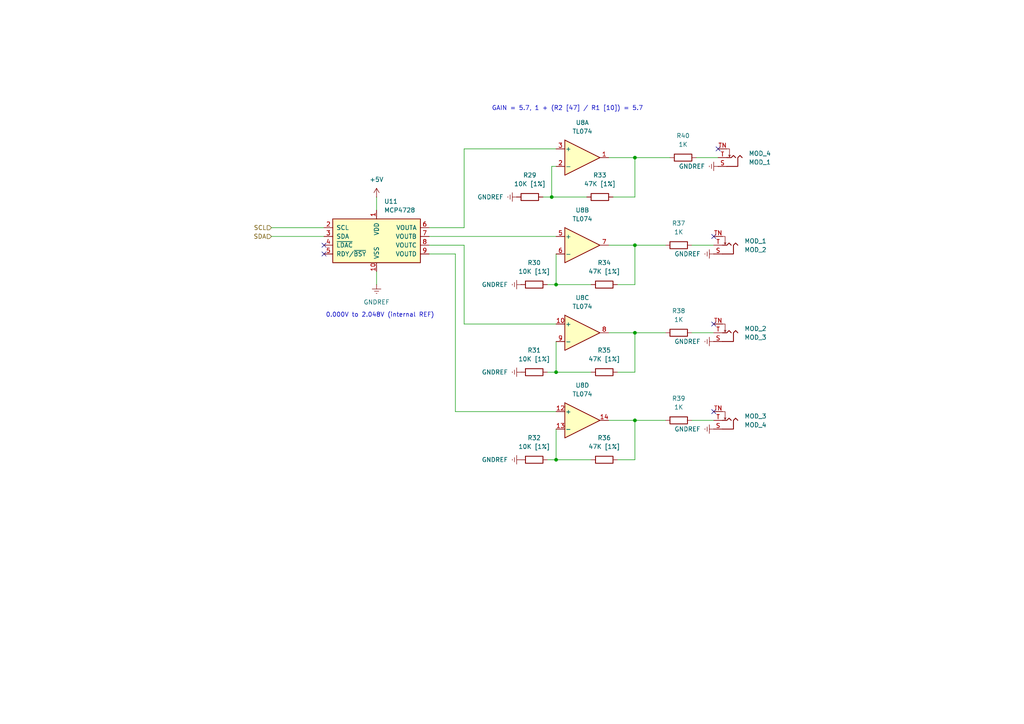
<source format=kicad_sch>
(kicad_sch (version 20231120) (generator "eeschema") (generator_version "8.0")
  (paper "A4")
  (lib_symbols
    (symbol "Amplifier_Operational:TL074" (pin_names (offset 0.127))
      (property "Reference" "U" (at 0 5.08 0))
      (property "Value" "TL074" (at 0 -5.08 0))
      (symbol "TL074_1_1"
        (polyline (pts (xy -5.08 5.08) (xy 5.08 0) (xy -5.08 -5.08) (xy -5.08 5.08)) (stroke (width 0.254)) (fill (type background)))
        (pin output line (at 7.62 0 180) (length 2.54) (name "~") (number "1"))
        (pin input line (at -7.62 -2.54 0) (length 2.54) (name "-") (number "2"))
        (pin input line (at -7.62 2.54 0) (length 2.54) (name "+") (number "3"))
      )
      (symbol "TL074_2_1"
        (polyline (pts (xy -5.08 5.08) (xy 5.08 0) (xy -5.08 -5.08) (xy -5.08 5.08)) (stroke (width 0.254)) (fill (type background)))
        (pin input line (at -7.62 2.54 0) (length 2.54) (name "+") (number "5"))
        (pin input line (at -7.62 -2.54 0) (length 2.54) (name "-") (number "6"))
        (pin output line (at 7.62 0 180) (length 2.54) (name "~") (number "7"))
      )
      (symbol "TL074_3_1"
        (polyline (pts (xy -5.08 5.08) (xy 5.08 0) (xy -5.08 -5.08) (xy -5.08 5.08)) (stroke (width 0.254)) (fill (type background)))
        (pin input line (at -7.62 2.54 0) (length 2.54) (name "+") (number "10"))
        (pin output line (at 7.62 0 180) (length 2.54) (name "~") (number "8"))
        (pin input line (at -7.62 -2.54 0) (length 2.54) (name "-") (number "9"))
      )
      (symbol "TL074_4_1"
        (polyline (pts (xy -5.08 5.08) (xy 5.08 0) (xy -5.08 -5.08) (xy -5.08 5.08)) (stroke (width 0.254)) (fill (type background)))
        (pin input line (at -7.62 2.54 0) (length 2.54) (name "+") (number "12"))
        (pin input line (at -7.62 -2.54 0) (length 2.54) (name "-") (number "13"))
        (pin output line (at 7.62 0 180) (length 2.54) (name "~") (number "14"))
      )
      (symbol "TL074_5_1"
        (pin power_in line (at -2.54 -7.62 90) (length 3.81) (name "V-") (number "11"))
        (pin power_in line (at -2.54 7.62 270) (length 3.81) (name "V+") (number "4"))
      )
    )
    (symbol "Analog_DAC:MCP4728" (pin_names (offset 1.016))
      (property "Reference" "U" (at -12.7 6.35 0))
      (property "Value" "MCP4728" (at 12.7 6.35 0))
      (symbol "MCP4728_0_1"
        (rectangle (start -12.7 5.08) (end 12.7 -7.62) (stroke (width 0.254)) (fill (type background)))
      )
      (symbol "MCP4728_1_1"
        (pin power_in line (at 0 7.62 270) (length 2.54) (name "VDD") (number "1"))
        (pin power_in line (at 0 -10.16 90) (length 2.54) (name "VSS") (number "10"))
        (pin input line (at -15.24 2.54 0) (length 2.54) (name "SCL") (number "2"))
        (pin bidirectional line (at -15.24 0 0) (length 2.54) (name "SDA") (number "3"))
        (pin input line (at -15.24 -2.54 0) (length 2.54) (name "~{LDAC}") (number "4"))
        (pin output line (at -15.24 -5.08 0) (length 2.54) (name "RDY/~{BSY}") (number "5"))
        (pin output line (at 15.24 2.54 180) (length 2.54) (name "VOUTA") (number "6"))
        (pin output line (at 15.24 0 180) (length 2.54) (name "VOUTB") (number "7"))
        (pin output line (at 15.24 -2.54 180) (length 2.54) (name "VOUTC") (number "8"))
        (pin output line (at 15.24 -5.08 180) (length 2.54) (name "VOUTD") (number "9"))
      )
    )
    (symbol "GNDREF_2" (power) (pin_numbers hide) (pin_names (offset 0) hide)
      (property "Value" "GNDREF" (at 0 -3.81 0))
      (symbol "GNDREF_2_0_1"
        (polyline (pts (xy -0.635 -1.905) (xy 0.635 -1.905)))
        (polyline (pts (xy -0.127 -2.54) (xy 0.127 -2.54)))
        (polyline (pts (xy 0 -1.27) (xy 0 0)))
        (polyline (pts (xy 1.27 -1.27) (xy -1.27 -1.27)))
      )
      (symbol "GNDREF_2_1_1"
        (pin power_in line (at 0 0 270) (length 0) (name "~") (number "1"))
      )
    )
    (symbol "power:+5V" (power) (pin_numbers hide) (pin_names (offset 0) hide)
      (property "Value" "+5V" (at 0 3.556 0))
      (symbol "+5V_0_1"
        (polyline (pts (xy -0.762 1.27) (xy 0 2.54)))
        (polyline (pts (xy 0 0) (xy 0 2.54)))
        (polyline (pts (xy 0 2.54) (xy 0.762 1.27)))
      )
      (symbol "+5V_1_1"
        (pin power_in line (at 0 0 90) (length 0) (name "~") (number "1"))
      )
    )
    (symbol "synth:AudioJack_Mono_3.5mm"
      (property "Reference" "J" (at 0 8.89 0))
      (property "Value" "AudioJack_Mono_3.5mm" (at 0 6.35 0))
      (symbol "AudioJack_Mono_3.5mm_0_1"
        (polyline (pts (xy 1.778 -0.254) (xy 2.032 -0.762)))
        (polyline (pts (xy 0 0) (xy 0.635 -0.635) (xy 1.27 0) (xy 2.54 0)) (stroke (width 0.254)))
        (polyline (pts (xy 2.54 -2.54) (xy 1.778 -2.54) (xy 1.778 -0.254) (xy 1.524 -0.762)))
        (polyline (pts (xy 2.54 2.54) (xy -0.635 2.54) (xy -0.635 0) (xy -1.27 -0.635) (xy -1.905 0)) (stroke (width 0.254)))
      )
      (symbol "AudioJack_Mono_3.5mm_1_1"
        (pin passive line (at 5.08 2.54 180) (length 2.54) (name "~") (number "S"))
        (pin passive line (at 5.08 0 180) (length 2.54) (name "~") (number "T"))
        (pin passive line (at 5.08 -2.54 180) (length 2.54) (name "~") (number "TN"))
      )
    )
    (symbol "synth:R_Default" (pin_numbers hide) (pin_names (offset 0))
      (property "Reference" "R" (at -2.032 0 90))
      (property "Value" "R1" (at 2.032 0 90))
      (symbol "R_Default_0_1"
        (rectangle (start 1.016 -2.54) (end -1.016 2.54) (stroke (width 0.254)))
      )
      (symbol "R_Default_1_1"
        (pin passive line (at 0 -3.81 90) (length 1.27) (name "~") (number "1"))
        (pin passive line (at 0 3.81 270) (length 1.27) (name "~") (number "2"))
      )
    )
  )
  (junction (at 184.15 121.92))
  (junction (at 161.29 82.55))
  (junction (at 184.15 96.52))
  (junction (at 184.15 45.72))
  (junction (at 161.29 107.95))
  (junction (at 184.15 71.12))
  (junction (at 160.02 57.15))
  (junction (at 161.29 133.35))
  (no_connect (at 207.01 119.38))
  (no_connect (at 207.01 93.98))
  (no_connect (at 207.01 68.58))
  (no_connect (at 93.98 73.66))
  (no_connect (at 208.28 43.18))
  (no_connect (at 93.98 71.12))
  (wire (pts (xy 134.62 66.04) (xy 134.62 43.18)))
  (wire (pts (xy 124.46 73.66) (xy 132.08 73.66)))
  (wire (pts (xy 160.02 57.15) (xy 170.18 57.15)))
  (wire (pts (xy 184.15 133.35) (xy 179.07 133.35)))
  (wire (pts (xy 161.29 133.35) (xy 161.29 124.46)))
  (wire (pts (xy 161.29 82.55) (xy 161.29 73.66)))
  (wire (pts (xy 134.62 43.18) (xy 161.29 43.18)))
  (wire (pts (xy 184.15 96.52) (xy 193.04 96.52)))
  (wire (pts (xy 109.22 82.55) (xy 109.22 78.74)))
  (wire (pts (xy 184.15 107.95) (xy 179.07 107.95)))
  (wire (pts (xy 160.02 57.15) (xy 160.02 48.26)))
  (wire (pts (xy 184.15 45.72) (xy 184.15 57.15)))
  (wire (pts (xy 184.15 82.55) (xy 179.07 82.55)))
  (wire (pts (xy 176.53 71.12) (xy 184.15 71.12)))
  (wire (pts (xy 184.15 121.92) (xy 193.04 121.92)))
  (wire (pts (xy 132.08 73.66) (xy 132.08 119.38)))
  (wire (pts (xy 158.75 133.35) (xy 161.29 133.35)))
  (wire (pts (xy 200.66 96.52) (xy 207.01 96.52)))
  (wire (pts (xy 161.29 82.55) (xy 171.45 82.55)))
  (wire (pts (xy 176.53 96.52) (xy 184.15 96.52)))
  (wire (pts (xy 184.15 96.52) (xy 184.15 107.95)))
  (wire (pts (xy 161.29 133.35) (xy 171.45 133.35)))
  (wire (pts (xy 134.62 93.98) (xy 161.29 93.98)))
  (wire (pts (xy 184.15 71.12) (xy 193.04 71.12)))
  (wire (pts (xy 134.62 71.12) (xy 134.62 93.98)))
  (wire (pts (xy 201.93 45.72) (xy 208.28 45.72)))
  (wire (pts (xy 124.46 68.58) (xy 161.29 68.58)))
  (wire (pts (xy 200.66 71.12) (xy 207.01 71.12)))
  (wire (pts (xy 124.46 66.04) (xy 134.62 66.04)))
  (wire (pts (xy 184.15 45.72) (xy 194.31 45.72)))
  (wire (pts (xy 200.66 121.92) (xy 207.01 121.92)))
  (wire (pts (xy 176.53 45.72) (xy 184.15 45.72)))
  (wire (pts (xy 78.74 66.04) (xy 93.98 66.04)))
  (wire (pts (xy 160.02 48.26) (xy 161.29 48.26)))
  (wire (pts (xy 158.75 107.95) (xy 161.29 107.95)))
  (wire (pts (xy 158.75 82.55) (xy 161.29 82.55)))
  (wire (pts (xy 176.53 121.92) (xy 184.15 121.92)))
  (wire (pts (xy 132.08 119.38) (xy 161.29 119.38)))
  (wire (pts (xy 109.22 57.15) (xy 109.22 60.96)))
  (wire (pts (xy 184.15 57.15) (xy 177.8 57.15)))
  (wire (pts (xy 157.48 57.15) (xy 160.02 57.15)))
  (wire (pts (xy 161.29 107.95) (xy 161.29 99.06)))
  (wire (pts (xy 184.15 121.92) (xy 184.15 133.35)))
  (wire (pts (xy 184.15 71.12) (xy 184.15 82.55)))
  (wire (pts (xy 161.29 107.95) (xy 171.45 107.95)))
  (wire (pts (xy 124.46 71.12) (xy 134.62 71.12)))
  (wire (pts (xy 78.74 68.58) (xy 93.98 68.58)))
  (text "0.000V to 2.048V (internal REF)" (at 110.236 91.44 0) (effects (font (size 1.27 1.27))))
  (text "GAIN = 5.7, 1 + (R2 [47] / R1 [10]) = 5.7" (at 164.592 31.496 0) (effects (font (size 1.27 1.27))))
  (hierarchical_label "SDA" (shape input) (at 78.74 68.58 180))
  (hierarchical_label "SCL" (shape input) (at 78.74 66.04 180))
  (symbol (lib_name "GNDREF_2") (lib_id "power:GNDREF") (at 151.13 107.95 270) (unit 1)
    (property "Reference" "#PWR057" (effects (hide yes)))
    (property "Value" "GNDREF" (at 147.32 107.9499 90) (effects (justify right)))
    (property "Description" "Power symbol creates a global label with name \"GNDREF\" , reference supply ground" (effects (hide yes)))
  )
  (symbol (lib_name "GNDREF_2") (lib_id "power:GNDREF") (at 208.28 48.26 270) (unit 1)
    (property "Reference" "#PWR062" (effects (hide yes)))
    (property "Value" "GNDREF" (at 204.47 48.2599 90) (effects (justify right)))
    (property "Description" "Power symbol creates a global label with name \"GNDREF\" , reference supply ground" (effects (hide yes)))
  )
  (symbol (lib_name "GNDREF_2") (lib_id "power:GNDREF") (at 207.01 73.66 270) (unit 1)
    (property "Reference" "#PWR059" (effects (hide yes)))
    (property "Value" "GNDREF" (at 203.2 73.6599 90) (effects (justify right)))
    (property "Description" "Power symbol creates a global label with name \"GNDREF\" , reference supply ground" (effects (hide yes)))
  )
  (symbol (lib_name "GNDREF_2") (lib_id "power:GNDREF") (at 109.22 82.55 0) (unit 1)
    (property "Reference" "#PWR054" (effects (hide yes)))
    (property "Value" "GNDREF" (at 109.22 87.63 0))
    (property "Description" "Power symbol creates a global label with name \"GNDREF\" , reference supply ground" (effects (hide yes)))
  )
  (symbol (lib_id "synth:R_Default") (at 154.94 133.35 90) (unit 1)
    (property "Reference" "R32" (at 154.94 127 90))
    (property "Value" "10K [1%]" (at 154.94 129.54 90))
    (property "Footprint" "Synth:R_Default (DIN0207)" (effects (hide yes)))
    (property "Description" "Resistor" (effects (hide yes)))
  )
  (symbol (lib_id "Amplifier_Operational:TL074") (at 168.91 121.92 0) (unit 4)
    (property "Reference" "U8" (at 168.91 111.76 0))
    (property "Value" "TL074" (at 168.91 114.3 0))
    (property "Footprint" "Package_SO:SOIC-14_3.9x8.7mm_P1.27mm" (effects (hide yes)))
    (property "Datasheet" "http://www.ti.com/lit/ds/symlink/tl071.pdf" (effects (hide yes)))
    (property "Description" "Quad Low-Noise JFET-Input Operational Amplifiers, DIP-14/SOIC-14" (effects (hide yes)))
  )
  (symbol (lib_name "GNDREF_2") (lib_id "power:GNDREF") (at 207.01 99.06 270) (unit 1)
    (property "Reference" "#PWR060" (effects (hide yes)))
    (property "Value" "GNDREF" (at 203.2 99.0599 90) (effects (justify right)))
    (property "Description" "Power symbol creates a global label with name \"GNDREF\" , reference supply ground" (effects (hide yes)))
  )
  (symbol (lib_id "Amplifier_Operational:TL074") (at 168.91 45.72 0) (unit 1)
    (property "Reference" "U8" (at 168.91 35.56 0))
    (property "Value" "TL074" (at 168.91 38.1 0))
    (property "Footprint" "Package_SO:SOIC-14_3.9x8.7mm_P1.27mm" (effects (hide yes)))
    (property "Datasheet" "http://www.ti.com/lit/ds/symlink/tl071.pdf" (effects (hide yes)))
    (property "Description" "Quad Low-Noise JFET-Input Operational Amplifiers, DIP-14/SOIC-14" (effects (hide yes)))
  )
  (symbol (lib_id "synth:R_Default") (at 175.26 82.55 90) (unit 1)
    (property "Reference" "R34" (at 175.26 76.2 90))
    (property "Value" "47K [1%]" (at 175.26 78.74 90))
    (property "Footprint" "Synth:R_Default (DIN0207)" (effects (hide yes)))
    (property "Description" "Resistor" (effects (hide yes)))
  )
  (symbol (lib_id "synth:AudioJack_Mono_3.5mm") (at 213.36 45.72 180) (unit 1)
    (property "Reference" "MOD_4" (at 217.17 44.5134 0) (effects (justify right)))
    (property "Value" "MOD_1" (at 217.17 47.0534 0) (effects (justify right)))
    (property "Footprint" "Synth:Jack_3.5mm_QingPu_WQP-PJ398SM_Vertical_CircularHoles" (effects (hide yes)))
    (property "Description" "Audio Jack, 2 Poles (Mono / TS), Switched T Pole (Normalling)" (effects (hide yes)))
  )
  (symbol (lib_id "synth:AudioJack_Mono_3.5mm") (at 212.09 71.12 180) (unit 1)
    (property "Reference" "MOD_1" (at 215.9 69.9134 0) (effects (justify right)))
    (property "Value" "MOD_2" (at 215.9 72.4534 0) (effects (justify right)))
    (property "Footprint" "Synth:Jack_3.5mm_QingPu_WQP-PJ398SM_Vertical_CircularHoles" (effects (hide yes)))
    (property "Description" "Audio Jack, 2 Poles (Mono / TS), Switched T Pole (Normalling)" (effects (hide yes)))
  )
  (symbol (lib_name "GNDREF_2") (lib_id "power:GNDREF") (at 207.01 124.46 270) (unit 1)
    (property "Reference" "#PWR061" (effects (hide yes)))
    (property "Value" "GNDREF" (at 203.2 124.4599 90) (effects (justify right)))
    (property "Description" "Power symbol creates a global label with name \"GNDREF\" , reference supply ground" (effects (hide yes)))
  )
  (symbol (lib_id "synth:R_Default") (at 196.85 96.52 90) (unit 1)
    (property "Reference" "R38" (at 196.85 90.17 90))
    (property "Value" "1K" (at 196.85 92.71 90))
    (property "Footprint" "Synth:R_Default (DIN0207)" (effects (hide yes)))
    (property "Description" "Resistor" (effects (hide yes)))
  )
  (symbol (lib_id "synth:AudioJack_Mono_3.5mm") (at 212.09 121.92 180) (unit 1)
    (property "Reference" "MOD_3" (at 215.9 120.7134 0) (effects (justify right)))
    (property "Value" "MOD_4" (at 215.9 123.2534 0) (effects (justify right)))
    (property "Footprint" "Synth:Jack_3.5mm_QingPu_WQP-PJ398SM_Vertical_CircularHoles" (effects (hide yes)))
    (property "Description" "Audio Jack, 2 Poles (Mono / TS), Switched T Pole (Normalling)" (effects (hide yes)))
  )
  (symbol (lib_name "GNDREF_2") (lib_id "power:GNDREF") (at 151.13 133.35 270) (unit 1)
    (property "Reference" "#PWR058" (effects (hide yes)))
    (property "Value" "GNDREF" (at 147.32 133.3499 90) (effects (justify right)))
    (property "Description" "Power symbol creates a global label with name \"GNDREF\" , reference supply ground" (effects (hide yes)))
  )
  (symbol (lib_id "Amplifier_Operational:TL074") (at 168.91 96.52 0) (unit 3)
    (property "Reference" "U8" (at 168.91 86.36 0))
    (property "Value" "TL074" (at 168.91 88.9 0))
    (property "Footprint" "Package_SO:SOIC-14_3.9x8.7mm_P1.27mm" (effects (hide yes)))
    (property "Datasheet" "http://www.ti.com/lit/ds/symlink/tl071.pdf" (effects (hide yes)))
    (property "Description" "Quad Low-Noise JFET-Input Operational Amplifiers, DIP-14/SOIC-14" (effects (hide yes)))
  )
  (symbol (lib_id "synth:R_Default") (at 196.85 121.92 90) (unit 1)
    (property "Reference" "R39" (at 196.85 115.57 90))
    (property "Value" "1K" (at 196.85 118.11 90))
    (property "Footprint" "Synth:R_Default (DIN0207)" (effects (hide yes)))
    (property "Description" "Resistor" (effects (hide yes)))
  )
  (symbol (lib_id "power:+5V") (at 109.22 57.15 0) (unit 1)
    (property "Reference" "#PWR053" (effects (hide yes)))
    (property "Value" "+5V" (at 109.22 52.07 0))
    (property "Description" "Power symbol creates a global label with name \"+5V\"" (effects (hide yes)))
  )
  (symbol (lib_id "synth:R_Default") (at 154.94 107.95 90) (unit 1)
    (property "Reference" "R31" (at 154.94 101.6 90))
    (property "Value" "10K [1%]" (at 154.94 104.14 90))
    (property "Footprint" "Synth:R_Default (DIN0207)" (effects (hide yes)))
    (property "Description" "Resistor" (effects (hide yes)))
  )
  (symbol (lib_id "Amplifier_Operational:TL074") (at 168.91 71.12 0) (unit 2)
    (property "Reference" "U8" (at 168.91 60.96 0))
    (property "Value" "TL074" (at 168.91 63.5 0))
    (property "Footprint" "Package_SO:SOIC-14_3.9x8.7mm_P1.27mm" (effects (hide yes)))
    (property "Datasheet" "http://www.ti.com/lit/ds/symlink/tl071.pdf" (effects (hide yes)))
    (property "Description" "Quad Low-Noise JFET-Input Operational Amplifiers, DIP-14/SOIC-14" (effects (hide yes)))
  )
  (symbol (lib_id "synth:R_Default") (at 175.26 133.35 90) (unit 1)
    (property "Reference" "R36" (at 175.26 127 90))
    (property "Value" "47K [1%]" (at 175.26 129.54 90))
    (property "Footprint" "Synth:R_Default (DIN0207)" (effects (hide yes)))
    (property "Description" "Resistor" (effects (hide yes)))
  )
  (symbol (lib_id "Analog_DAC:MCP4728") (at 109.22 68.58 0) (unit 1)
    (property "Reference" "U11" (at 111.4141 58.42 0) (effects (justify left)))
    (property "Value" "MCP4728" (at 111.4141 60.96 0) (effects (justify left)))
    (property "Footprint" "Package_SO:MSOP-10_3x3mm_P0.5mm" (effects (hide yes)))
    (property "Datasheet" "http://ww1.microchip.com/downloads/en/DeviceDoc/22187E.pdf" (effects (hide yes)))
    (property "Description" "12-bit digital to analog converter, quad output, 2.048V internal reference, integrated EEPROM, I2C interface" (effects (hide yes)))
  )
  (symbol (lib_id "synth:R_Default") (at 198.12 45.72 90) (unit 1)
    (property "Reference" "R40" (at 198.12 39.37 90))
    (property "Value" "1K" (at 198.12 41.91 90))
    (property "Footprint" "Synth:R_Default (DIN0207)" (effects (hide yes)))
    (property "Description" "Resistor" (effects (hide yes)))
  )
  (symbol (lib_id "synth:R_Default") (at 173.99 57.15 90) (unit 1)
    (property "Reference" "R33" (at 173.99 50.8 90))
    (property "Value" "47K [1%]" (at 173.99 53.34 90))
    (property "Footprint" "Synth:R_Default (DIN0207)" (effects (hide yes)))
    (property "Description" "Resistor" (effects (hide yes)))
  )
  (symbol (lib_name "GNDREF_2") (lib_id "power:GNDREF") (at 151.13 82.55 270) (unit 1)
    (property "Reference" "#PWR056" (effects (hide yes)))
    (property "Value" "GNDREF" (at 147.32 82.5499 90) (effects (justify right)))
    (property "Description" "Power symbol creates a global label with name \"GNDREF\" , reference supply ground" (effects (hide yes)))
  )
  (symbol (lib_id "synth:AudioJack_Mono_3.5mm") (at 212.09 96.52 180) (unit 1)
    (property "Reference" "MOD_2" (at 215.9 95.3134 0) (effects (justify right)))
    (property "Value" "MOD_3" (at 215.9 97.8534 0) (effects (justify right)))
    (property "Footprint" "Synth:Jack_3.5mm_QingPu_WQP-PJ398SM_Vertical_CircularHoles" (effects (hide yes)))
    (property "Description" "Audio Jack, 2 Poles (Mono / TS), Switched T Pole (Normalling)" (effects (hide yes)))
  )
  (symbol (lib_name "GNDREF_2") (lib_id "power:GNDREF") (at 149.86 57.15 270) (unit 1)
    (property "Reference" "#PWR055" (effects (hide yes)))
    (property "Value" "GNDREF" (at 146.05 57.1499 90) (effects (justify right)))
    (property "Description" "Power symbol creates a global label with name \"GNDREF\" , reference supply ground" (effects (hide yes)))
  )
  (symbol (lib_id "synth:R_Default") (at 153.67 57.15 90) (unit 1)
    (property "Reference" "R29" (at 153.67 50.8 90))
    (property "Value" "10K [1%]" (at 153.67 53.34 90))
    (property "Footprint" "Synth:R_Default (DIN0207)" (effects (hide yes)))
    (property "Description" "Resistor" (effects (hide yes)))
  )
  (symbol (lib_id "synth:R_Default") (at 154.94 82.55 90) (unit 1)
    (property "Reference" "R30" (at 154.94 76.2 90))
    (property "Value" "10K [1%]" (at 154.94 78.74 90))
    (property "Footprint" "Synth:R_Default (DIN0207)" (effects (hide yes)))
    (property "Description" "Resistor" (effects (hide yes)))
  )
  (symbol (lib_id "synth:R_Default") (at 196.85 71.12 90) (unit 1)
    (property "Reference" "R37" (at 196.85 64.77 90))
    (property "Value" "1K" (at 196.85 67.31 90))
    (property "Footprint" "Synth:R_Default (DIN0207)" (effects (hide yes)))
    (property "Description" "Resistor" (effects (hide yes)))
  )
  (symbol (lib_id "synth:R_Default") (at 175.26 107.95 90) (unit 1)
    (property "Reference" "R35" (at 175.26 101.6 90))
    (property "Value" "47K [1%]" (at 175.26 104.14 90))
    (property "Footprint" "Synth:R_Default (DIN0207)" (effects (hide yes)))
    (property "Description" "Resistor" (effects (hide yes)))
  )
)
</source>
